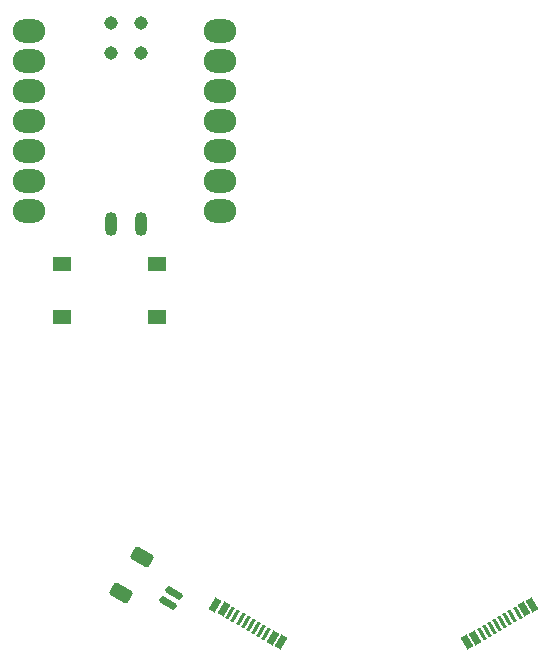
<source format=gbr>
%TF.GenerationSoftware,KiCad,Pcbnew,(6.0.8-1)-1*%
%TF.CreationDate,2022-11-15T13:56:25-05:00*%
%TF.ProjectId,kb2,6b62322e-6b69-4636-9164-5f7063625858,rev?*%
%TF.SameCoordinates,Original*%
%TF.FileFunction,Paste,Top*%
%TF.FilePolarity,Positive*%
%FSLAX46Y46*%
G04 Gerber Fmt 4.6, Leading zero omitted, Abs format (unit mm)*
G04 Created by KiCad (PCBNEW (6.0.8-1)-1) date 2022-11-15 13:56:25*
%MOMM*%
%LPD*%
G01*
G04 APERTURE LIST*
G04 Aperture macros list*
%AMRoundRect*
0 Rectangle with rounded corners*
0 $1 Rounding radius*
0 $2 $3 $4 $5 $6 $7 $8 $9 X,Y pos of 4 corners*
0 Add a 4 corners polygon primitive as box body*
4,1,4,$2,$3,$4,$5,$6,$7,$8,$9,$2,$3,0*
0 Add four circle primitives for the rounded corners*
1,1,$1+$1,$2,$3*
1,1,$1+$1,$4,$5*
1,1,$1+$1,$6,$7*
1,1,$1+$1,$8,$9*
0 Add four rect primitives between the rounded corners*
20,1,$1+$1,$2,$3,$4,$5,0*
20,1,$1+$1,$4,$5,$6,$7,0*
20,1,$1+$1,$6,$7,$8,$9,0*
20,1,$1+$1,$8,$9,$2,$3,0*%
%AMRotRect*
0 Rectangle, with rotation*
0 The origin of the aperture is its center*
0 $1 length*
0 $2 width*
0 $3 Rotation angle, in degrees counterclockwise*
0 Add horizontal line*
21,1,$1,$2,0,0,$3*%
G04 Aperture macros list end*
%ADD10RotRect,0.600000X1.160000X150.000000*%
%ADD11RotRect,0.300000X1.160000X330.000000*%
%ADD12R,1.550000X1.300000*%
%ADD13O,2.748280X1.998980*%
%ADD14O,1.016000X2.032000*%
%ADD15C,1.143000*%
%ADD16RoundRect,0.150000X-0.466266X0.442404X-0.616266X0.182596X0.466266X-0.442404X0.616266X-0.182596X0*%
%ADD17RoundRect,0.250000X-0.387917X0.628109X-0.737917X0.021891X0.387917X-0.628109X0.737917X-0.021891X0*%
%ADD18RotRect,0.600000X1.160000X210.000000*%
%ADD19RotRect,0.300000X1.160000X30.000000*%
G04 APERTURE END LIST*
D10*
%TO.C,J2*%
X147516281Y-113773724D03*
X146823461Y-113373724D03*
D11*
X145827532Y-112798724D03*
X144961506Y-112298724D03*
X144528494Y-112048724D03*
X143662468Y-111548724D03*
D10*
X142666539Y-110973724D03*
X141973719Y-110573724D03*
X141973719Y-110573724D03*
X142666539Y-110973724D03*
D11*
X143229456Y-111298724D03*
X144095481Y-111798724D03*
X145394519Y-112548724D03*
X146260544Y-113048724D03*
D10*
X146823461Y-113373724D03*
X147516281Y-113773724D03*
%TD*%
D12*
%TO.C,SW37*%
X136980000Y-81750000D03*
X129020000Y-81750000D03*
X136980000Y-86250000D03*
X129020000Y-86250000D03*
%TD*%
D13*
%TO.C,U1*%
X126218710Y-62000490D03*
X126218710Y-64540490D03*
X126218710Y-67080490D03*
X126218710Y-69620490D03*
X126218710Y-72160490D03*
X126218710Y-74700490D03*
X126218710Y-77240490D03*
X142383270Y-77240490D03*
X142383270Y-74700490D03*
X142383270Y-72160490D03*
X142383270Y-69620490D03*
X142383270Y-67080490D03*
X142383270Y-64540490D03*
X142383270Y-62000490D03*
D14*
X133085590Y-78318310D03*
X135635590Y-78318310D03*
D15*
X133084393Y-61314123D03*
X135624393Y-61314123D03*
X133084393Y-63854123D03*
X135624393Y-63854123D03*
%TD*%
D16*
%TO.C,J1*%
X138482051Y-109566987D03*
X137982051Y-110433013D03*
D17*
X135776202Y-106503654D03*
X133976202Y-109621346D03*
%TD*%
D18*
%TO.C,J3*%
X168804094Y-110573724D03*
X168111274Y-110973724D03*
D19*
X167115345Y-111548724D03*
X166249319Y-112048724D03*
X165816307Y-112298724D03*
X164950281Y-112798724D03*
D18*
X163954352Y-113373724D03*
X163261532Y-113773724D03*
X163261532Y-113773724D03*
X163954352Y-113373724D03*
D19*
X164517269Y-113048724D03*
X165383294Y-112548724D03*
X166682332Y-111798724D03*
X167548357Y-111298724D03*
D18*
X168111274Y-110973724D03*
X168804094Y-110573724D03*
%TD*%
M02*

</source>
